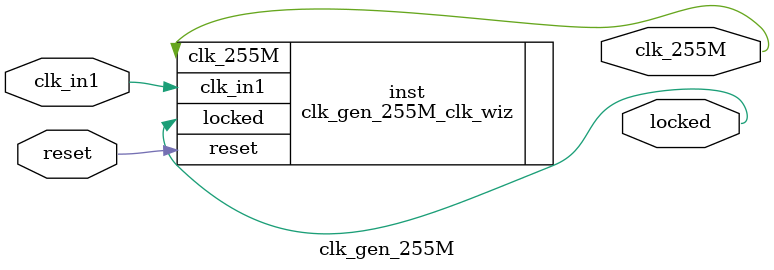
<source format=v>


`timescale 1ps/1ps

(* CORE_GENERATION_INFO = "clk_gen_255M,clk_wiz_v6_0_4_0_0,{component_name=clk_gen_255M,use_phase_alignment=true,use_min_o_jitter=false,use_max_i_jitter=false,use_dyn_phase_shift=false,use_inclk_switchover=false,use_dyn_reconfig=false,enable_axi=0,feedback_source=FDBK_AUTO,PRIMITIVE=PLL,num_out_clk=1,clkin1_period=20.000,clkin2_period=10.0,use_power_down=false,use_reset=true,use_locked=true,use_inclk_stopped=false,feedback_type=SINGLE,CLOCK_MGR_TYPE=NA,manual_override=false}" *)

module clk_gen_255M 
 (
  // Clock out ports
  output        clk_255M,
  // Status and control signals
  input         reset,
  output        locked,
 // Clock in ports
  input         clk_in1
 );

  clk_gen_255M_clk_wiz inst
  (
  // Clock out ports  
  .clk_255M(clk_255M),
  // Status and control signals               
  .reset(reset), 
  .locked(locked),
 // Clock in ports
  .clk_in1(clk_in1)
  );

endmodule

</source>
